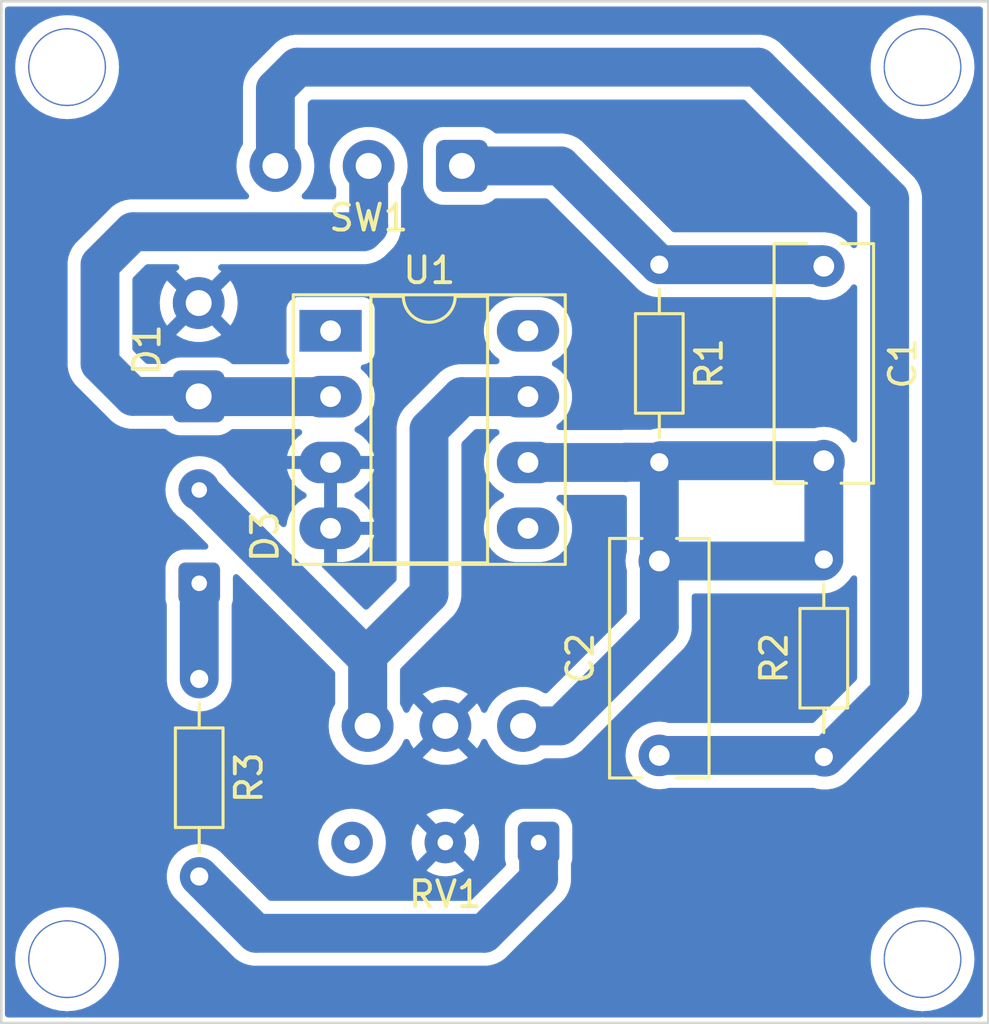
<source format=kicad_pcb>
(kicad_pcb (version 20240108) (generator "pcbnew") (generator_version "8.0")
  (layers (0 "F.Cu" signal) (31 "B.Cu" signal) (34 "B.Paste" user) (35 "F.Paste" user) (36 "B.SilkS" user "B.Silkscreen") (37 "F.SilkS" user "F.Silkscreen") (38 "B.Mask" user) (39 "F.Mask" user) (44 "Edge.Cuts" user))
  (net 0 "")
  (net 1 "Net-(SW1A-A)")
  (net 2 "Net-(C1-Pad2)")
  (net 3 "Net-(SW1A-C)")
  (net 4 "Net-(D1-K)")
  (net 5 "Earth")
  (net 8 "+5V")
  (net 10 "Net-(D3-K)")
  (net 11 "Net-(R3-Pad2)")
  (footprint "Connector_Wire:SolderWire-0.1sqmm_1x03_P3.6mm_D0.4mm_OD1mm" (layer "F.Cu") (at 40.64 25.4 180)
    (property "Reference" "SW1" (at 3.6 -2 0) (layer "F.SilkS"))
    (property "Value" "SW_DPDT_x2")
    (pad "1" thru_hole roundrect (at 0 0 180) (size 2 2) (drill 1) (layers "*.Cu" "*.Mask") (roundrect_rratio 0.15625) (net 1 "Net-(SW1A-A)"))
    (pad "2" thru_hole circle (at 3.6 0 180) (size 2 2) (drill 1) (layers "*.Cu" "*.Mask") (net 4 "Net-(D1-K)"))
    (pad "3" thru_hole circle (at 7.2 0 180) (size 2 2) (drill 1) (layers "*.Cu" "*.Mask") (net 3 "Net-(SW1A-C)"))
  )
  (footprint "Resistor_THT:R_Axial_DIN0204_L3.6mm_D1.6mm_P7.62mm_Horizontal" (layer "F.Cu") (at 48.26 29.21 -90)
    (property "Reference" "R1" (at 3.81 -1.92 90) (layer "F.SilkS"))
    (property "Value" "1M")
    (fp_line (start 1.89 0.92) (end 5.73 0.92) (stroke (width 0.12)) (layer "F.SilkS"))
    (fp_line (start 5.73 0.92) (end 5.73 -0.92) (stroke (width 0.12)) (layer "F.SilkS"))
    (fp_line (start 0.94 0) (end 1.89 0) (stroke (width 0.12)) (layer "F.SilkS"))
    (fp_line (start 6.68 0) (end 5.73 0) (stroke (width 0.12)) (layer "F.SilkS"))
    (fp_line (start 1.89 -0.92) (end 1.89 0.92) (stroke (width 0.12)) (layer "F.SilkS"))
    (fp_line (start 5.73 -0.92) (end 1.89 -0.92) (stroke (width 0.12)) (layer "F.SilkS"))
    (pad "1" thru_hole circle (at 0 0 270) (size 1.4 1.4) (drill 0.7) (layers "*.Cu" "*.Mask") (net 1 "Net-(SW1A-A)"))
    (pad "2" thru_hole oval (at 7.62 0 270) (size 1.4 1.4) (drill 0.7) (layers "*.Cu" "*.Mask") (net 2 "Net-(C1-Pad2)"))
  )
  (footprint "Connector_Wire:SolderWire-0.1sqmm_1x03_P3.6mm_D0.4mm_OD1mm" (layer "F.Cu") (at 43.6 51.5 180)
    (property "Reference" "RV1" (at 3.6 -2 0) (layer "F.SilkS"))
    (property "Value" "10k")
    (pad "1" thru_hole roundrect (at 0 0 180) (size 1.6 1.6) (drill 0.6) (layers "*.Cu" "*.Mask") (roundrect_rratio 0.15625) (net 11 "Net-(R3-Pad2)"))
    (pad "2" thru_hole circle (at 3.6 0 180) (size 1.6 1.6) (drill 0.6) (layers "*.Cu" "*.Mask") (net 5 "Earth"))
    (pad "3" thru_hole circle (at 7.2 0 180) (size 1.6 1.6) (drill 0.6) (layers "*.Cu" "*.Mask"))
  )
  (footprint "Connector_Wire:SolderWire-0.1sqmm_1x02_P3.6mm_D0.4mm_OD1mm" (layer "F.Cu") (at 30.48 34.29 90)
    (property "Reference" "D1" (at 1.8 -2 90) (layer "F.SilkS"))
    (property "Value" "D_Photo")
    (pad "1" thru_hole roundrect (at 0 0 90) (size 2 2) (drill 1) (layers "*.Cu" "*.Mask") (roundrect_rratio 0.15625) (net 4 "Net-(D1-K)"))
    (pad "2" thru_hole circle (at 3.6 0 90) (size 2 2) (drill 1) (layers "*.Cu" "*.Mask") (net 5 "Earth"))
  )
  (footprint "Capacitor_THT:C_Rect_L9.0mm_W3.6mm_P7.50mm_MKT" (layer "F.Cu") (at 54.61 29.27 -90)
    (property "Reference" "C1" (at 3.75 -3.05 90) (layer "F.SilkS"))
    (property "Value" "10n")
    (fp_line (start -0.87 1.92) (end 8.37 1.92) (stroke (width 0.12)) (layer "F.SilkS"))
    (fp_line (start -0.87 0.665) (end -0.87 1.92) (stroke (width 0.12)) (layer "F.SilkS"))
    (fp_line (start 8.37 0.665) (end 8.37 1.92) (stroke (width 0.12)) (layer "F.SilkS"))
    (fp_line (start -0.87 -1.92) (end -0.87 -0.665) (stroke (width 0.12)) (layer "F.SilkS"))
    (fp_line (start -0.87 -1.92) (end 8.37 -1.92) (stroke (width 0.12)) (layer "F.SilkS"))
    (fp_line (start 8.37 -1.92) (end 8.37 -0.665) (stroke (width 0.12)) (layer "F.SilkS"))
    (pad "1" thru_hole circle (at 0 0 270) (size 1.6 1.6) (drill 0.8) (layers "*.Cu" "*.Mask") (net 1 "Net-(SW1A-A)"))
    (pad "2" thru_hole circle (at 7.5 0 270) (size 1.6 1.6) (drill 0.8) (layers "*.Cu" "*.Mask") (net 2 "Net-(C1-Pad2)"))
  )
  (footprint "" (layer "F.Cu") (at 43 47)
    (property "Reference" "" (at 0 0 0) (layer "F.SilkS") (effects (font (size 1.27 1.27))))
    (property "Value" "" (at 0 0 0) (layer "F.SilkS") (effects (font (size 1.27 1.27))))
    (pad "2" thru_hole circle (at 0 0 180) (size 2 2) (drill 1) (layers "*.Cu" "*.Mask") (net 2 "Net-(C1-Pad2)"))
  )
  (footprint "Package_DIP:DIP-8_W7.62mm_Socket_LongPads" (layer "F.Cu") (at 35.57 31.76)
    (property "Reference" "U1" (at 3.81 -2.33 0) (layer "F.SilkS"))
    (property "Value" "LF356")
    (fp_line (start -1.44 -1.39) (end -1.44 9.01) (stroke (width 0.12)) (layer "F.SilkS"))
    (fp_line (start -1.44 9.01) (end 9.06 9.01) (stroke (width 0.12)) (layer "F.SilkS"))
    (fp_line (start 1.56 -1.33) (end 1.56 8.95) (stroke (width 0.12)) (layer "F.SilkS"))
    (fp_line (start 1.56 8.95) (end 6.06 8.95) (stroke (width 0.12)) (layer "F.SilkS"))
    (fp_line (start 2.81 -1.33) (end 1.56 -1.33) (stroke (width 0.12)) (layer "F.SilkS"))
    (fp_line (start 6.06 -1.33) (end 4.81 -1.33) (stroke (width 0.12)) (layer "F.SilkS"))
    (fp_line (start 6.06 8.95) (end 6.06 -1.33) (stroke (width 0.12)) (layer "F.SilkS"))
    (fp_line (start 9.06 -1.39) (end -1.44 -1.39) (stroke (width 0.12)) (layer "F.SilkS"))
    (fp_line (start 9.06 9.01) (end 9.06 -1.39) (stroke (width 0.12)) (layer "F.SilkS"))
    (fp_arc (start 4.81 -1.33) (mid 3.81 -0.33) (end 2.81 -1.33) (stroke (width 0.12)) (layer "F.SilkS"))
    (pad "1" thru_hole rect (at 0 0) (size 2.4 1.6) (drill 0.8) (layers "*.Cu" "*.Mask"))
    (pad "2" thru_hole oval (at 0 2.54) (size 2.4 1.6) (drill 0.8) (layers "*.Cu" "*.Mask") (net 4 "Net-(D1-K)"))
    (pad "3" thru_hole oval (at 0 5.08) (size 2.4 1.6) (drill 0.8) (layers "*.Cu" "*.Mask") (net 5 "Earth"))
    (pad "4" thru_hole oval (at 0 7.62) (size 2.4 1.6) (drill 0.8) (layers "*.Cu" "*.Mask") (net 5 "Earth"))
    (pad "5" thru_hole oval (at 7.62 7.62) (size 2.4 1.6) (drill 0.8) (layers "*.Cu" "*.Mask"))
    (pad "6" thru_hole oval (at 7.62 5.08) (size 2.4 1.6) (drill 0.8) (layers "*.Cu" "*.Mask") (net 2 "Net-(C1-Pad2)"))
    (pad "7" thru_hole oval (at 7.62 2.54) (size 2.4 1.6) (drill 0.8) (layers "*.Cu" "*.Mask") (net 8 "+5V"))
    (pad "8" thru_hole oval (at 7.62 0) (size 2.4 1.6) (drill 0.8) (layers "*.Cu" "*.Mask"))
  )
  (footprint "Capacitor_THT:C_Rect_L9.0mm_W3.6mm_P7.50mm_MKT" (layer "F.Cu") (at 48.26 48.14 90)
    (property "Reference" "C2" (at 3.75 -3.05 90) (layer "F.SilkS"))
    (property "Value" "10n")
    (fp_line (start 8.37 -1.92) (end 8.37 -0.665) (stroke (width 0.12)) (layer "F.SilkS"))
    (fp_line (start -0.87 -1.92) (end 8.37 -1.92) (stroke (width 0.12)) (layer "F.SilkS"))
    (fp_line (start -0.87 -1.92) (end -0.87 -0.665) (stroke (width 0.12)) (layer "F.SilkS"))
    (fp_line (start 8.37 0.665) (end 8.37 1.92) (stroke (width 0.12)) (layer "F.SilkS"))
    (fp_line (start -0.87 0.665) (end -0.87 1.92) (stroke (width 0.12)) (layer "F.SilkS"))
    (fp_line (start -0.87 1.92) (end 8.37 1.92) (stroke (width 0.12)) (layer "F.SilkS"))
    (pad "1" thru_hole circle (at 0 0 90) (size 1.6 1.6) (drill 0.8) (layers "*.Cu" "*.Mask") (net 3 "Net-(SW1A-C)"))
    (pad "2" thru_hole circle (at 7.5 0 90) (size 1.6 1.6) (drill 0.8) (layers "*.Cu" "*.Mask") (net 2 "Net-(C1-Pad2)"))
  )
  (footprint "Resistor_THT:R_Axial_DIN0204_L3.6mm_D1.6mm_P7.62mm_Horizontal" (layer "F.Cu") (at 30.5 45.19 -90)
    (property "Reference" "R3" (at 3.81 -1.92 90) (layer "F.SilkS"))
    (property "Value" "220")
    (fp_line (start 1.89 0.92) (end 5.73 0.92) (stroke (width 0.12)) (layer "F.SilkS"))
    (fp_line (start 5.73 0.92) (end 5.73 -0.92) (stroke (width 0.12)) (layer "F.SilkS"))
    (fp_line (start 0.94 0) (end 1.89 0) (stroke (width 0.12)) (layer "F.SilkS"))
    (fp_line (start 6.68 0) (end 5.73 0) (stroke (width 0.12)) (layer "F.SilkS"))
    (fp_line (start 1.89 -0.92) (end 1.89 0.92) (stroke (width 0.12)) (layer "F.SilkS"))
    (fp_line (start 5.73 -0.92) (end 1.89 -0.92) (stroke (width 0.12)) (layer "F.SilkS"))
    (pad "1" thru_hole circle (at 0 0 270) (size 1.4 1.4) (drill 0.7) (layers "*.Cu" "*.Mask") (net 10 "Net-(D3-K)"))
    (pad "2" thru_hole oval (at 7.62 0 270) (size 1.4 1.4) (drill 0.7) (layers "*.Cu" "*.Mask") (net 11 "Net-(R3-Pad2)"))
  )
  (footprint "Resistor_THT:R_Axial_DIN0204_L3.6mm_D1.6mm_P7.62mm_Horizontal" (layer "F.Cu") (at 54.61 48.2 90)
    (property "Reference" "R2" (at 3.81 -1.92 90) (layer "F.SilkS"))
    (property "Value" "10M")
    (fp_line (start 5.73 -0.92) (end 1.89 -0.92) (stroke (width 0.12)) (layer "F.SilkS"))
    (fp_line (start 1.89 -0.92) (end 1.89 0.92) (stroke (width 0.12)) (layer "F.SilkS"))
    (fp_line (start 6.68 0) (end 5.73 0) (stroke (width 0.12)) (layer "F.SilkS"))
    (fp_line (start 0.94 0) (end 1.89 0) (stroke (width 0.12)) (layer "F.SilkS"))
    (fp_line (start 5.73 0.92) (end 5.73 -0.92) (stroke (width 0.12)) (layer "F.SilkS"))
    (fp_line (start 1.89 0.92) (end 5.73 0.92) (stroke (width 0.12)) (layer "F.SilkS"))
    (pad "1" thru_hole circle (at 0 0 90) (size 1.4 1.4) (drill 0.7) (layers "*.Cu" "*.Mask") (net 3 "Net-(SW1A-C)"))
    (pad "2" thru_hole oval (at 7.62 0 90) (size 1.4 1.4) (drill 0.7) (layers "*.Cu" "*.Mask") (net 2 "Net-(C1-Pad2)"))
  )
  (footprint "Connector_Wire:SolderWire-0.1sqmm_1x02_P3.6mm_D0.4mm_OD1mm" (layer "F.Cu") (at 30.5 41.5 90)
    (property "Reference" "D3" (at 1.8 2.54 90) (layer "F.SilkS"))
    (property "Value" "LED")
    (pad "1" thru_hole roundrect (at 0 0 90) (size 1.6 1.6) (drill 0.6) (layers "*.Cu" "*.Mask") (roundrect_rratio 0.15625) (net 10 "Net-(D3-K)"))
    (pad "2" thru_hole circle (at 3.6 0 90) (size 1.6 1.6) (drill 0.6) (layers "*.Cu" "*.Mask") (net 8 "+5V"))
  )
  (footprint "" (layer "F.Cu") (at 37 47)
    (property "Reference" "" (at 0 0 0) (layer "F.SilkS") (effects (font (size 1.27 1.27))))
    (property "Value" "" (at 0 0 0) (layer "F.SilkS") (effects (font (size 1.27 1.27))))
    (pad "2" thru_hole circle (at 0 0 180) (size 2 2) (drill 1) (layers "*.Cu" "*.Mask") (net 8 "+5V"))
  )
  (footprint "" (layer "F.Cu") (at 40 47)
    (property "Reference" "" (at 0 0 0) (layer "F.SilkS") (effects (font (size 1.27 1.27))))
    (property "Value" "" (at 0 0 0) (layer "F.SilkS") (effects (font (size 1.27 1.27))))
    (pad "2" thru_hole circle (at 0 0 180) (size 2 2) (drill 1) (layers "*.Cu" "*.Mask") (net 5 "Earth"))
  )
  (gr_rect (start 22.86 19.05) (end 60.96 58.46) (stroke (width 0.1)) (fill none) (layer "Edge.Cuts"))
  (via (at 58.42 56) (size 3) (drill 2.9) (layers "F.Cu" "B.Cu") (net 0))
  (via (at 25.4 21.59) (size 3) (drill 2.9) (layers "F.Cu" "B.Cu") (net 0))
  (via (at 58.42 21.59) (size 3) (drill 2.9) (layers "F.Cu" "B.Cu") (net 0))
  (via (at 25.4 56) (size 3) (drill 2.9) (layers "F.Cu" "B.Cu") (net 0))
  (segment (start 48.26 29.21) (end 54.55 29.21) (width 1.5) (layer "B.Cu") (net 1))
  (segment (start 54.55 29.21) (end 54.61 29.27) (width 1.5) (layer "B.Cu") (net 1))
  (segment (start 44.45 25.4) (end 40.64 25.4) (width 1.5) (layer "B.Cu") (net 1))
  (segment (start 48.26 29.21) (end 44.45 25.4) (width 1.5) (layer "B.Cu") (net 1))
  (segment (start 46.99 36.83) (end 46.98 36.84) (width 1.5) (layer "B.Cu") (net 2))
  (segment (start 48.26 40.64) (end 54.55 40.64) (width 1.5) (layer "B.Cu") (net 2))
  (segment (start 54.67 36.83) (end 54.61 36.77) (width 1.5) (layer "B.Cu") (net 2))
  (segment (start 48.26 40.64) (end 48.26 43.18) (width 1.5) (layer "B.Cu") (net 2))
  (segment (start 54.61 36.77) (end 54.61 40.58) (width 1.5) (layer "B.Cu") (net 2))
  (segment (start 54.55 40.64) (end 54.61 40.58) (width 1.5) (layer "B.Cu") (net 2))
  (segment (start 54.61 36.77) (end 48.32 36.77) (width 1.5) (layer "B.Cu") (net 2))
  (segment (start 48.32 36.77) (end 48.26 36.83) (width 1.5) (layer "B.Cu") (net 2))
  (segment (start 46.98 36.84) (end 43.19 36.84) (width 1.5) (layer "B.Cu") (net 2))
  (segment (start 48.26 36.83) (end 46.99 36.83) (width 1.5) (layer "B.Cu") (net 2))
  (segment (start 48.26 36.83) (end 48.26 40.64) (width 1.5) (layer "B.Cu") (net 2))
  (segment (start 48.26 43.18) (end 44.44 47) (width 1.5) (layer "B.Cu") (net 2))
  (segment (start 44.44 47) (end 43 47) (width 1.5) (layer "B.Cu") (net 2))
  (segment (start 52.07 21.59) (end 34.29 21.59) (width 1.5) (layer "B.Cu") (net 3))
  (segment (start 48.26 48.14) (end 54.55 48.14) (width 1.5) (layer "B.Cu") (net 3))
  (segment (start 57.15 45.72) (end 57.15 26.67) (width 1.5) (layer "B.Cu") (net 3))
  (segment (start 33.44 22.44) (end 33.44 25.4) (width 1.5) (layer "B.Cu") (net 3))
  (segment (start 54.67 48.2) (end 57.15 45.72) (width 1.5) (layer "B.Cu") (net 3))
  (segment (start 34.29 21.59) (end 33.44 22.44) (width 1.5) (layer "B.Cu") (net 3))
  (segment (start 54.55 48.14) (end 54.61 48.2) (width 1.5) (layer "B.Cu") (net 3))
  (segment (start 57.15 26.67) (end 52.07 21.59) (width 1.5) (layer "B.Cu") (net 3))
  (segment (start 54.61 48.2) (end 54.67 48.2) (width 1.5) (layer "B.Cu") (net 3))
  (segment (start 30.49 34.3) (end 30.48 34.29) (width 1.5) (layer "B.Cu") (net 4))
  (segment (start 37.04 27.73) (end 36.83 27.94) (width 1.5) (layer "B.Cu") (net 4))
  (segment (start 27.94 27.94) (end 26.67 29.21) (width 1.5) (layer "B.Cu") (net 4))
  (segment (start 36.83 27.94) (end 27.94 27.94) (width 1.5) (layer "B.Cu") (net 4))
  (segment (start 27.94 34.29) (end 30.48 34.29) (width 1.5) (layer "B.Cu") (net 4))
  (segment (start 37.04 25.4) (end 37.04 27.73) (width 1.5) (layer "B.Cu") (net 4))
  (segment (start 35.57 34.3) (end 30.49 34.3) (width 1.5) (layer "B.Cu") (net 4))
  (segment (start 26.67 29.21) (end 26.67 33.02) (width 1.5) (layer "B.Cu") (net 4))
  (segment (start 26.67 33.02) (end 27.94 34.29) (width 1.5) (layer "B.Cu") (net 4))
  (segment (start 39.37 35.56) (end 39.37 41.91) (width 1.5) (layer "B.Cu") (net 8))
  (segment (start 43.19 34.3) (end 40.63 34.3) (width 1.5) (layer "B.Cu") (net 8))
  (segment (start 39.37 41.91) (end 37 44.28) (width 1.5) (layer "B.Cu") (net 8))
  (segment (start 37 47) (end 37 44.4) (width 1.5) (layer "B.Cu") (net 8))
  (segment (start 37 44.28) (end 37 47) (width 1.5) (layer "B.Cu") (net 8))
  (segment (start 40.63 34.3) (end 39.37 35.56) (width 1.5) (layer "B.Cu") (net 8))
  (segment (start 37 44.4) (end 30.5 37.9) (width 1.5) (layer "B.Cu") (net 8))
  (segment (start 30.5 41.5) (end 30.5 45.19) (width 1.5) (layer "B.Cu") (net 10))
  (segment (start 43.6 51.5) (end 43.6 52.9) (width 1.5) (layer "B.Cu") (net 11))
  (segment (start 43.6 52.9) (end 41.5 55) (width 1.5) (layer "B.Cu") (net 11))
  (segment (start 32.69 55) (end 30.5 52.81) (width 1.5) (layer "B.Cu") (net 11))
  (segment (start 41.5 55) (end 32.69 55) (width 1.5) (layer "B.Cu") (net 11))
  (zone (net 5) (net_name "Earth") (layer "B.Cu") (connect_pads (clearance 0.5)) (min_thickness 0.25) (fill yes (thermal_gap 0.5) (thermal_bridge_width 0.5))
    (polygon (pts (xy 23 19.25) (xy 60.75 19.25) (xy 60.75 58.25) (xy 23 58.25)))
  )
)
</source>
